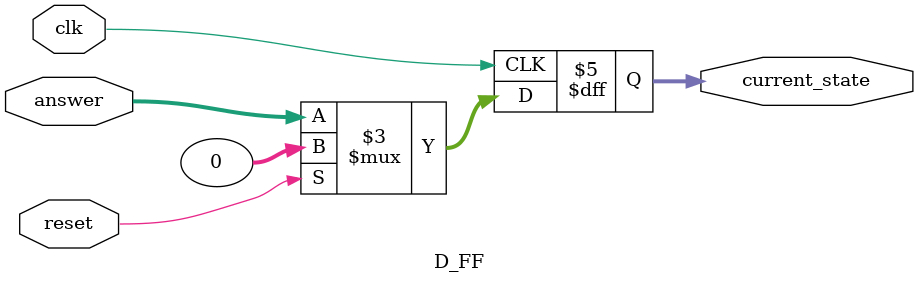
<source format=v>
`timescale 1ns / 1ps


module PE(input clk,input reset,input [31:0] in_a,input [31:0] in_b,output reg [31:0] out_a,output reg [31:0] out_b,output reg [31:0] out_c);
wire [31:0] product;
wire [31:0] answer;
wire [31:0] current_state;

D_FF D1(clk,reset,answer,current_state);
IEEE_754_multiplication multi1(in_a,in_b,product);
IEEE_754_Adder adder1(product,current_state,answer);
initial begin
out_a<=0;
out_b<=0;
out_c<=0;
end

always @(posedge clk) begin
        out_a<=in_a;
        out_b<=in_b;
        out_c<=answer;
    end
endmodule

module D_FF(input clk,input reset,input [31:0] answer,output reg [31:0] current_state);
    always @(posedge clk) begin
    if(reset) begin
    current_state<= 32'b0_00000000_00000000000000000000000;
    end
    else begin
    current_state<=answer;
    end
    end
endmodule

</source>
